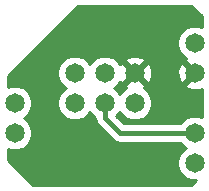
<source format=gbl>
G04 #@! TF.FileFunction,Copper,L2,Bot,Signal*
%FSLAX46Y46*%
G04 Gerber Fmt 4.6, Leading zero omitted, Abs format (unit mm)*
G04 Created by KiCad (PCBNEW 0.201505262310+5684~23~ubuntu14.04.1-product) date Sun 31 May 2015 11:28:12 PM CDT*
%MOMM*%
G01*
G04 APERTURE LIST*
%ADD10C,0.100000*%
%ADD11C,1.651000*%
%ADD12C,0.600000*%
%ADD13C,0.400000*%
%ADD14C,0.254000*%
G04 APERTURE END LIST*
D10*
D11*
X149860000Y-101600000D03*
X149860000Y-104140000D03*
X152400000Y-101600000D03*
X152400000Y-104140000D03*
X154940000Y-101600000D03*
X154940000Y-104140000D03*
X144780000Y-104140000D03*
X144780000Y-106680000D03*
X160020000Y-106680000D03*
X160020000Y-109220000D03*
X160020000Y-99060000D03*
X160020000Y-101600000D03*
D12*
X147320000Y-105410000D03*
X156210000Y-97790000D03*
X147320000Y-109220000D03*
D13*
X152400000Y-104140000D02*
X152400000Y-105410000D01*
X153670000Y-106680000D02*
X160020000Y-106680000D01*
X152400000Y-105410000D02*
X153670000Y-106680000D01*
X147320000Y-109220000D02*
X147320000Y-105410000D01*
X149860000Y-97790000D02*
X147320000Y-100330000D01*
X147320000Y-100330000D02*
X147320000Y-105410000D01*
X156210000Y-97790000D02*
X160020000Y-101600000D01*
X156210000Y-97790000D02*
X149860000Y-97790000D01*
D14*
G36*
X160605000Y-105341506D02*
X160311786Y-105219754D01*
X159730763Y-105219247D01*
X159193774Y-105441126D01*
X158789194Y-105845000D01*
X156412340Y-105845000D01*
X156412340Y-101822869D01*
X156385553Y-101242465D01*
X156214976Y-100830656D01*
X155966215Y-100753390D01*
X155786610Y-100932995D01*
X155786610Y-100573785D01*
X155709344Y-100325024D01*
X155162869Y-100127660D01*
X154582465Y-100154447D01*
X154170656Y-100325024D01*
X154093390Y-100573785D01*
X154940000Y-101420395D01*
X155786610Y-100573785D01*
X155786610Y-100932995D01*
X155119605Y-101600000D01*
X155966215Y-102446610D01*
X156214976Y-102369344D01*
X156412340Y-101822869D01*
X156412340Y-105845000D01*
X154015868Y-105845000D01*
X153388125Y-105217257D01*
X153637430Y-104968387D01*
X153669804Y-104890421D01*
X153701126Y-104966226D01*
X154111613Y-105377430D01*
X154648214Y-105600246D01*
X155229237Y-105600753D01*
X155766226Y-105378874D01*
X156177430Y-104968387D01*
X156400246Y-104431786D01*
X156400753Y-103850763D01*
X156178874Y-103313774D01*
X155768387Y-102902570D01*
X155705634Y-102876512D01*
X155709344Y-102874976D01*
X155786610Y-102626215D01*
X154940000Y-101779605D01*
X154093390Y-102626215D01*
X154170656Y-102874976D01*
X154174074Y-102876210D01*
X154113774Y-102901126D01*
X153702570Y-103311613D01*
X153670195Y-103389578D01*
X153638874Y-103313774D01*
X153228387Y-102902570D01*
X153150421Y-102870195D01*
X153226226Y-102838874D01*
X153637430Y-102428387D01*
X153663487Y-102365634D01*
X153665024Y-102369344D01*
X153913785Y-102446610D01*
X154760395Y-101600000D01*
X153913785Y-100753390D01*
X153665024Y-100830656D01*
X153663789Y-100834074D01*
X153638874Y-100773774D01*
X153228387Y-100362570D01*
X152691786Y-100139754D01*
X152110763Y-100139247D01*
X151573774Y-100361126D01*
X151162570Y-100771613D01*
X151130195Y-100849578D01*
X151098874Y-100773774D01*
X150688387Y-100362570D01*
X150151786Y-100139754D01*
X149570763Y-100139247D01*
X149033774Y-100361126D01*
X148622570Y-100771613D01*
X148399754Y-101308214D01*
X148399247Y-101889237D01*
X148621126Y-102426226D01*
X149031613Y-102837430D01*
X149109578Y-102869804D01*
X149033774Y-102901126D01*
X148622570Y-103311613D01*
X148399754Y-103848214D01*
X148399247Y-104429237D01*
X148621126Y-104966226D01*
X149031613Y-105377430D01*
X149568214Y-105600246D01*
X150149237Y-105600753D01*
X150686226Y-105378874D01*
X151097430Y-104968387D01*
X151129804Y-104890421D01*
X151161126Y-104966226D01*
X151565000Y-105370805D01*
X151565000Y-105410000D01*
X151628561Y-105729541D01*
X151809566Y-106000434D01*
X153079566Y-107270434D01*
X153350459Y-107451439D01*
X153350460Y-107451439D01*
X153670000Y-107515000D01*
X158789884Y-107515000D01*
X159191613Y-107917430D01*
X159269578Y-107949804D01*
X159193774Y-107981126D01*
X158782570Y-108391613D01*
X158559754Y-108928214D01*
X158559247Y-109509237D01*
X158781126Y-110046226D01*
X159191613Y-110457430D01*
X159728214Y-110680246D01*
X160130666Y-110680597D01*
X159736264Y-111075000D01*
X146333736Y-111075000D01*
X144195000Y-108936264D01*
X144195000Y-108018493D01*
X144488214Y-108140246D01*
X145069237Y-108140753D01*
X145606226Y-107918874D01*
X146017430Y-107508387D01*
X146240246Y-106971786D01*
X146240753Y-106390763D01*
X146018874Y-105853774D01*
X145608387Y-105442570D01*
X145530421Y-105410195D01*
X145606226Y-105378874D01*
X146017430Y-104968387D01*
X146240246Y-104431786D01*
X146240753Y-103850763D01*
X146018874Y-103313774D01*
X145608387Y-102902570D01*
X145071786Y-102679754D01*
X144490763Y-102679247D01*
X144195000Y-102801453D01*
X144195000Y-101883736D01*
X150143736Y-95935000D01*
X159736264Y-95935000D01*
X160605000Y-96803736D01*
X160605000Y-97721506D01*
X160311786Y-97599754D01*
X159730763Y-97599247D01*
X159193774Y-97821126D01*
X158782570Y-98231613D01*
X158559754Y-98768214D01*
X158559247Y-99349237D01*
X158781126Y-99886226D01*
X159191613Y-100297430D01*
X159254365Y-100323487D01*
X159250656Y-100325024D01*
X159173390Y-100573785D01*
X160020000Y-101420395D01*
X160034142Y-101406252D01*
X160213747Y-101585857D01*
X160199605Y-101600000D01*
X160213747Y-101614142D01*
X160034142Y-101793747D01*
X160020000Y-101779605D01*
X159840395Y-101959210D01*
X159840395Y-101600000D01*
X158993785Y-100753390D01*
X158745024Y-100830656D01*
X158547660Y-101377131D01*
X158574447Y-101957535D01*
X158745024Y-102369344D01*
X158993785Y-102446610D01*
X159840395Y-101600000D01*
X159840395Y-101959210D01*
X159173390Y-102626215D01*
X159250656Y-102874976D01*
X159797131Y-103072340D01*
X160377535Y-103045553D01*
X160605000Y-102951333D01*
X160605000Y-105341506D01*
X160605000Y-105341506D01*
G37*
X160605000Y-105341506D02*
X160311786Y-105219754D01*
X159730763Y-105219247D01*
X159193774Y-105441126D01*
X158789194Y-105845000D01*
X156412340Y-105845000D01*
X156412340Y-101822869D01*
X156385553Y-101242465D01*
X156214976Y-100830656D01*
X155966215Y-100753390D01*
X155786610Y-100932995D01*
X155786610Y-100573785D01*
X155709344Y-100325024D01*
X155162869Y-100127660D01*
X154582465Y-100154447D01*
X154170656Y-100325024D01*
X154093390Y-100573785D01*
X154940000Y-101420395D01*
X155786610Y-100573785D01*
X155786610Y-100932995D01*
X155119605Y-101600000D01*
X155966215Y-102446610D01*
X156214976Y-102369344D01*
X156412340Y-101822869D01*
X156412340Y-105845000D01*
X154015868Y-105845000D01*
X153388125Y-105217257D01*
X153637430Y-104968387D01*
X153669804Y-104890421D01*
X153701126Y-104966226D01*
X154111613Y-105377430D01*
X154648214Y-105600246D01*
X155229237Y-105600753D01*
X155766226Y-105378874D01*
X156177430Y-104968387D01*
X156400246Y-104431786D01*
X156400753Y-103850763D01*
X156178874Y-103313774D01*
X155768387Y-102902570D01*
X155705634Y-102876512D01*
X155709344Y-102874976D01*
X155786610Y-102626215D01*
X154940000Y-101779605D01*
X154093390Y-102626215D01*
X154170656Y-102874976D01*
X154174074Y-102876210D01*
X154113774Y-102901126D01*
X153702570Y-103311613D01*
X153670195Y-103389578D01*
X153638874Y-103313774D01*
X153228387Y-102902570D01*
X153150421Y-102870195D01*
X153226226Y-102838874D01*
X153637430Y-102428387D01*
X153663487Y-102365634D01*
X153665024Y-102369344D01*
X153913785Y-102446610D01*
X154760395Y-101600000D01*
X153913785Y-100753390D01*
X153665024Y-100830656D01*
X153663789Y-100834074D01*
X153638874Y-100773774D01*
X153228387Y-100362570D01*
X152691786Y-100139754D01*
X152110763Y-100139247D01*
X151573774Y-100361126D01*
X151162570Y-100771613D01*
X151130195Y-100849578D01*
X151098874Y-100773774D01*
X150688387Y-100362570D01*
X150151786Y-100139754D01*
X149570763Y-100139247D01*
X149033774Y-100361126D01*
X148622570Y-100771613D01*
X148399754Y-101308214D01*
X148399247Y-101889237D01*
X148621126Y-102426226D01*
X149031613Y-102837430D01*
X149109578Y-102869804D01*
X149033774Y-102901126D01*
X148622570Y-103311613D01*
X148399754Y-103848214D01*
X148399247Y-104429237D01*
X148621126Y-104966226D01*
X149031613Y-105377430D01*
X149568214Y-105600246D01*
X150149237Y-105600753D01*
X150686226Y-105378874D01*
X151097430Y-104968387D01*
X151129804Y-104890421D01*
X151161126Y-104966226D01*
X151565000Y-105370805D01*
X151565000Y-105410000D01*
X151628561Y-105729541D01*
X151809566Y-106000434D01*
X153079566Y-107270434D01*
X153350459Y-107451439D01*
X153350460Y-107451439D01*
X153670000Y-107515000D01*
X158789884Y-107515000D01*
X159191613Y-107917430D01*
X159269578Y-107949804D01*
X159193774Y-107981126D01*
X158782570Y-108391613D01*
X158559754Y-108928214D01*
X158559247Y-109509237D01*
X158781126Y-110046226D01*
X159191613Y-110457430D01*
X159728214Y-110680246D01*
X160130666Y-110680597D01*
X159736264Y-111075000D01*
X146333736Y-111075000D01*
X144195000Y-108936264D01*
X144195000Y-108018493D01*
X144488214Y-108140246D01*
X145069237Y-108140753D01*
X145606226Y-107918874D01*
X146017430Y-107508387D01*
X146240246Y-106971786D01*
X146240753Y-106390763D01*
X146018874Y-105853774D01*
X145608387Y-105442570D01*
X145530421Y-105410195D01*
X145606226Y-105378874D01*
X146017430Y-104968387D01*
X146240246Y-104431786D01*
X146240753Y-103850763D01*
X146018874Y-103313774D01*
X145608387Y-102902570D01*
X145071786Y-102679754D01*
X144490763Y-102679247D01*
X144195000Y-102801453D01*
X144195000Y-101883736D01*
X150143736Y-95935000D01*
X159736264Y-95935000D01*
X160605000Y-96803736D01*
X160605000Y-97721506D01*
X160311786Y-97599754D01*
X159730763Y-97599247D01*
X159193774Y-97821126D01*
X158782570Y-98231613D01*
X158559754Y-98768214D01*
X158559247Y-99349237D01*
X158781126Y-99886226D01*
X159191613Y-100297430D01*
X159254365Y-100323487D01*
X159250656Y-100325024D01*
X159173390Y-100573785D01*
X160020000Y-101420395D01*
X160034142Y-101406252D01*
X160213747Y-101585857D01*
X160199605Y-101600000D01*
X160213747Y-101614142D01*
X160034142Y-101793747D01*
X160020000Y-101779605D01*
X159840395Y-101959210D01*
X159840395Y-101600000D01*
X158993785Y-100753390D01*
X158745024Y-100830656D01*
X158547660Y-101377131D01*
X158574447Y-101957535D01*
X158745024Y-102369344D01*
X158993785Y-102446610D01*
X159840395Y-101600000D01*
X159840395Y-101959210D01*
X159173390Y-102626215D01*
X159250656Y-102874976D01*
X159797131Y-103072340D01*
X160377535Y-103045553D01*
X160605000Y-102951333D01*
X160605000Y-105341506D01*
M02*

</source>
